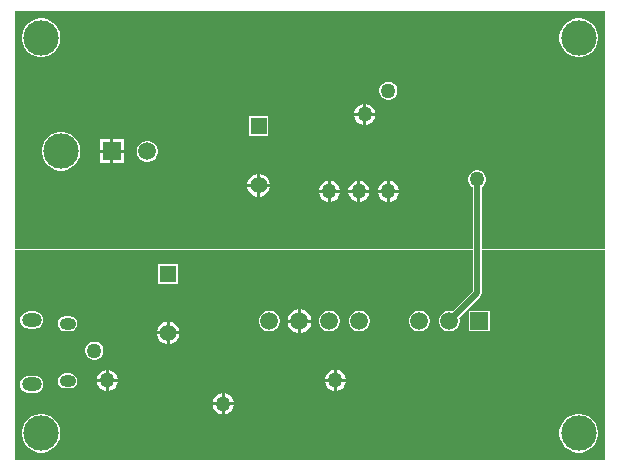
<source format=gbl>
G04*
G04 #@! TF.GenerationSoftware,Altium Limited,Altium Designer,21.7.1 (17)*
G04*
G04 Layer_Physical_Order=2*
G04 Layer_Color=16711680*
%FSLAX24Y24*%
%MOIN*%
G70*
G04*
G04 #@! TF.SameCoordinates,156F93F5-282F-4AE9-AA7B-D440BB6AA61E*
G04*
G04*
G04 #@! TF.FilePolarity,Positive*
G04*
G01*
G75*
%ADD16C,0.0197*%
%ADD45C,0.0551*%
%ADD46R,0.0551X0.0551*%
%ADD47C,0.1181*%
%ADD48R,0.0598X0.0598*%
%ADD49C,0.0598*%
%ADD50R,0.0594X0.0594*%
%ADD51C,0.0594*%
%ADD52O,0.0669X0.0472*%
%ADD53O,0.0551X0.0394*%
%ADD54C,0.0500*%
%ADD55C,0.1181*%
G36*
X19780Y7141D02*
X15663D01*
Y9190D01*
X15696Y9209D01*
X15752Y9265D01*
X15791Y9333D01*
X15812Y9409D01*
Y9488D01*
X15791Y9565D01*
X15752Y9633D01*
X15696Y9689D01*
X15628Y9728D01*
X15551Y9749D01*
X15472D01*
X15396Y9728D01*
X15328Y9689D01*
X15272Y9633D01*
X15232Y9565D01*
X15212Y9488D01*
Y9409D01*
X15232Y9333D01*
X15272Y9265D01*
X15328Y9209D01*
X15360Y9190D01*
Y7141D01*
X102D01*
Y14764D01*
X102Y14764D01*
Y15056D01*
X19780D01*
X19780Y7141D01*
D02*
G37*
G36*
Y102D02*
X157Y102D01*
X102D01*
Y7087D01*
X15360D01*
Y5708D01*
X14705Y5053D01*
X14636Y5071D01*
X14545D01*
X14457Y5048D01*
X14378Y5002D01*
X14313Y4937D01*
X14267Y4858D01*
X14244Y4770D01*
Y4679D01*
X14267Y4591D01*
X14313Y4511D01*
X14378Y4447D01*
X14457Y4401D01*
X14545Y4378D01*
X14636D01*
X14724Y4401D01*
X14804Y4447D01*
X14868Y4511D01*
X14914Y4591D01*
X14937Y4679D01*
Y4770D01*
X14919Y4839D01*
X15619Y5539D01*
X15619Y5539D01*
X15652Y5588D01*
X15663Y5646D01*
Y7087D01*
X19780D01*
Y102D01*
D02*
G37*
%LPC*%
G36*
X18961Y14814D02*
X18835D01*
X18711Y14789D01*
X18594Y14741D01*
X18489Y14671D01*
X18400Y14582D01*
X18330Y14477D01*
X18282Y14360D01*
X18257Y14236D01*
Y14110D01*
X18282Y13986D01*
X18330Y13870D01*
X18400Y13765D01*
X18489Y13676D01*
X18594Y13606D01*
X18711Y13557D01*
X18835Y13533D01*
X18961D01*
X19084Y13557D01*
X19201Y13606D01*
X19306Y13676D01*
X19395Y13765D01*
X19465Y13870D01*
X19514Y13986D01*
X19538Y14110D01*
Y14236D01*
X19514Y14360D01*
X19465Y14477D01*
X19395Y14582D01*
X19306Y14671D01*
X19201Y14741D01*
X19084Y14789D01*
X18961Y14814D01*
D02*
G37*
G36*
X1047D02*
X921D01*
X797Y14789D01*
X681Y14741D01*
X576Y14671D01*
X487Y14582D01*
X417Y14477D01*
X368Y14360D01*
X344Y14236D01*
Y14110D01*
X368Y13986D01*
X417Y13870D01*
X487Y13765D01*
X576Y13676D01*
X681Y13606D01*
X797Y13557D01*
X921Y13533D01*
X1047D01*
X1171Y13557D01*
X1288Y13606D01*
X1393Y13676D01*
X1482Y13765D01*
X1552Y13870D01*
X1600Y13986D01*
X1625Y14110D01*
Y14236D01*
X1600Y14360D01*
X1552Y14477D01*
X1482Y14582D01*
X1393Y14671D01*
X1288Y14741D01*
X1171Y14789D01*
X1047Y14814D01*
D02*
G37*
G36*
X12599Y12702D02*
X12520D01*
X12443Y12681D01*
X12375Y12642D01*
X12319Y12586D01*
X12279Y12517D01*
X12259Y12441D01*
Y12362D01*
X12279Y12286D01*
X12319Y12217D01*
X12375Y12162D01*
X12443Y12122D01*
X12520Y12102D01*
X12599D01*
X12675Y12122D01*
X12743Y12162D01*
X12799Y12217D01*
X12839Y12286D01*
X12859Y12362D01*
Y12441D01*
X12839Y12517D01*
X12799Y12586D01*
X12743Y12642D01*
X12675Y12681D01*
X12599Y12702D01*
D02*
G37*
G36*
X11822Y11963D02*
Y11664D01*
X12121D01*
X12098Y11749D01*
X12052Y11829D01*
X11987Y11894D01*
X11907Y11940D01*
X11822Y11963D01*
D02*
G37*
G36*
X11722D02*
X11637Y11940D01*
X11557Y11894D01*
X11492Y11829D01*
X11446Y11749D01*
X11423Y11664D01*
X11722D01*
Y11963D01*
D02*
G37*
G36*
X12121Y11564D02*
X11822D01*
Y11265D01*
X11907Y11288D01*
X11987Y11334D01*
X12052Y11399D01*
X12098Y11479D01*
X12121Y11564D01*
D02*
G37*
G36*
X11722D02*
X11423D01*
X11446Y11479D01*
X11492Y11399D01*
X11557Y11334D01*
X11637Y11288D01*
X11722Y11265D01*
Y11564D01*
D02*
G37*
G36*
X8554Y11546D02*
X7903D01*
Y10895D01*
X8554D01*
Y11546D01*
D02*
G37*
G36*
X3736Y10783D02*
X3387D01*
Y10434D01*
X3736D01*
Y10783D01*
D02*
G37*
G36*
X3287D02*
X2937D01*
Y10434D01*
X3287D01*
Y10783D01*
D02*
G37*
G36*
X4564Y10733D02*
X4472D01*
X4383Y10709D01*
X4303Y10663D01*
X4238Y10598D01*
X4192Y10519D01*
X4169Y10430D01*
Y10338D01*
X4192Y10249D01*
X4238Y10169D01*
X4303Y10104D01*
X4383Y10058D01*
X4472Y10035D01*
X4564D01*
X4652Y10058D01*
X4732Y10104D01*
X4797Y10169D01*
X4843Y10249D01*
X4867Y10338D01*
Y10430D01*
X4843Y10519D01*
X4797Y10598D01*
X4732Y10663D01*
X4652Y10709D01*
X4564Y10733D01*
D02*
G37*
G36*
X3736Y10334D02*
X3387D01*
Y9985D01*
X3736D01*
Y10334D01*
D02*
G37*
G36*
X3287D02*
X2937D01*
Y9985D01*
X3287D01*
Y10334D01*
D02*
G37*
G36*
X1707Y11024D02*
X1581D01*
X1457Y11000D01*
X1340Y10952D01*
X1235Y10881D01*
X1146Y10792D01*
X1076Y10687D01*
X1028Y10571D01*
X1003Y10447D01*
Y10321D01*
X1028Y10197D01*
X1076Y10080D01*
X1146Y9976D01*
X1235Y9886D01*
X1340Y9816D01*
X1457Y9768D01*
X1581Y9743D01*
X1707D01*
X1831Y9768D01*
X1947Y9816D01*
X2052Y9886D01*
X2141Y9976D01*
X2211Y10080D01*
X2260Y10197D01*
X2284Y10321D01*
Y10447D01*
X2260Y10571D01*
X2211Y10687D01*
X2141Y10792D01*
X2052Y10881D01*
X1947Y10952D01*
X1831Y11000D01*
X1707Y11024D01*
D02*
G37*
G36*
X8278Y9627D02*
Y9302D01*
X8604D01*
X8578Y9397D01*
X8529Y9483D01*
X8459Y9553D01*
X8373Y9602D01*
X8278Y9627D01*
D02*
G37*
G36*
X8178D02*
X8083Y9602D01*
X7998Y9553D01*
X7928Y9483D01*
X7878Y9397D01*
X7853Y9302D01*
X8178D01*
Y9627D01*
D02*
G37*
G36*
X12609Y9404D02*
Y9105D01*
X12908D01*
X12885Y9190D01*
X12839Y9270D01*
X12774Y9335D01*
X12694Y9381D01*
X12609Y9404D01*
D02*
G37*
G36*
X12509D02*
X12424Y9381D01*
X12344Y9335D01*
X12279Y9270D01*
X12233Y9190D01*
X12210Y9105D01*
X12509D01*
Y9404D01*
D02*
G37*
G36*
X11625D02*
Y9105D01*
X11924D01*
X11901Y9190D01*
X11855Y9270D01*
X11790Y9335D01*
X11710Y9381D01*
X11625Y9404D01*
D02*
G37*
G36*
X11525D02*
X11440Y9381D01*
X11360Y9335D01*
X11295Y9270D01*
X11249Y9190D01*
X11226Y9105D01*
X11525D01*
Y9404D01*
D02*
G37*
G36*
X10641D02*
Y9105D01*
X10940D01*
X10917Y9190D01*
X10871Y9270D01*
X10805Y9335D01*
X10726Y9381D01*
X10641Y9404D01*
D02*
G37*
G36*
X10541D02*
X10455Y9381D01*
X10376Y9335D01*
X10310Y9270D01*
X10264Y9190D01*
X10242Y9105D01*
X10541D01*
Y9404D01*
D02*
G37*
G36*
X8604Y9202D02*
X8278D01*
Y8877D01*
X8373Y8902D01*
X8459Y8951D01*
X8529Y9021D01*
X8578Y9107D01*
X8604Y9202D01*
D02*
G37*
G36*
X8178D02*
X7853D01*
X7878Y9107D01*
X7928Y9021D01*
X7998Y8951D01*
X8083Y8902D01*
X8178Y8877D01*
Y9202D01*
D02*
G37*
G36*
X12908Y9005D02*
X12609D01*
Y8706D01*
X12694Y8729D01*
X12774Y8775D01*
X12839Y8840D01*
X12885Y8920D01*
X12908Y9005D01*
D02*
G37*
G36*
X12509D02*
X12210D01*
X12233Y8920D01*
X12279Y8840D01*
X12344Y8775D01*
X12424Y8729D01*
X12509Y8706D01*
Y9005D01*
D02*
G37*
G36*
X11924D02*
X11625D01*
Y8706D01*
X11710Y8729D01*
X11790Y8775D01*
X11855Y8840D01*
X11901Y8920D01*
X11924Y9005D01*
D02*
G37*
G36*
X11525D02*
X11226D01*
X11249Y8920D01*
X11295Y8840D01*
X11360Y8775D01*
X11440Y8729D01*
X11525Y8706D01*
Y9005D01*
D02*
G37*
G36*
X10940D02*
X10641D01*
Y8706D01*
X10726Y8729D01*
X10805Y8775D01*
X10871Y8840D01*
X10917Y8920D01*
X10940Y9005D01*
D02*
G37*
G36*
X10541D02*
X10242D01*
X10264Y8920D01*
X10310Y8840D01*
X10376Y8775D01*
X10455Y8729D01*
X10541Y8706D01*
Y9005D01*
D02*
G37*
G36*
X5542Y6625D02*
X4891D01*
Y5974D01*
X5542D01*
Y6625D01*
D02*
G37*
G36*
X9643Y5121D02*
X9641D01*
Y4774D01*
X9987D01*
Y4777D01*
X9960Y4878D01*
X9908Y4968D01*
X9834Y5042D01*
X9744Y5094D01*
X9643Y5121D01*
D02*
G37*
G36*
X9541D02*
X9538D01*
X9437Y5094D01*
X9347Y5042D01*
X9273Y4968D01*
X9221Y4878D01*
X9194Y4777D01*
Y4774D01*
X9541D01*
Y5121D01*
D02*
G37*
G36*
X768Y5049D02*
X571D01*
X496Y5039D01*
X427Y5010D01*
X367Y4964D01*
X321Y4905D01*
X292Y4835D01*
X282Y4760D01*
X292Y4685D01*
X321Y4616D01*
X367Y4556D01*
X427Y4510D01*
X496Y4481D01*
X571Y4471D01*
X768D01*
X842Y4481D01*
X912Y4510D01*
X972Y4556D01*
X1018Y4616D01*
X1047Y4685D01*
X1056Y4760D01*
X1047Y4835D01*
X1018Y4905D01*
X972Y4964D01*
X912Y5010D01*
X842Y5039D01*
X768Y5049D01*
D02*
G37*
G36*
X1941Y4894D02*
X1783D01*
X1687Y4875D01*
X1605Y4820D01*
X1551Y4738D01*
X1532Y4642D01*
X1551Y4546D01*
X1605Y4464D01*
X1687Y4410D01*
X1783Y4390D01*
X1941D01*
X2037Y4410D01*
X2119Y4464D01*
X2173Y4546D01*
X2193Y4642D01*
X2173Y4738D01*
X2119Y4820D01*
X2037Y4875D01*
X1941Y4894D01*
D02*
G37*
G36*
X5267Y4706D02*
Y4381D01*
X5592D01*
X5567Y4476D01*
X5517Y4561D01*
X5447Y4631D01*
X5362Y4681D01*
X5267Y4706D01*
D02*
G37*
G36*
X5167D02*
X5072Y4681D01*
X4986Y4631D01*
X4916Y4561D01*
X4867Y4476D01*
X4841Y4381D01*
X5167D01*
Y4706D01*
D02*
G37*
G36*
X15937Y5071D02*
X15244D01*
Y4378D01*
X15937D01*
Y5071D01*
D02*
G37*
G36*
X13636D02*
X13545D01*
X13457Y5048D01*
X13378Y5002D01*
X13313Y4937D01*
X13267Y4858D01*
X13244Y4770D01*
Y4679D01*
X13267Y4591D01*
X13313Y4511D01*
X13378Y4447D01*
X13457Y4401D01*
X13545Y4378D01*
X13636D01*
X13724Y4401D01*
X13804Y4447D01*
X13868Y4511D01*
X13914Y4591D01*
X13937Y4679D01*
Y4770D01*
X13914Y4858D01*
X13868Y4937D01*
X13804Y5002D01*
X13724Y5048D01*
X13636Y5071D01*
D02*
G37*
G36*
X11636D02*
X11545D01*
X11457Y5048D01*
X11378Y5002D01*
X11313Y4937D01*
X11267Y4858D01*
X11244Y4770D01*
Y4679D01*
X11267Y4591D01*
X11313Y4511D01*
X11378Y4447D01*
X11457Y4401D01*
X11545Y4378D01*
X11636D01*
X11724Y4401D01*
X11804Y4447D01*
X11868Y4511D01*
X11914Y4591D01*
X11937Y4679D01*
Y4770D01*
X11914Y4858D01*
X11868Y4937D01*
X11804Y5002D01*
X11724Y5048D01*
X11636Y5071D01*
D02*
G37*
G36*
X10636D02*
X10545D01*
X10457Y5048D01*
X10378Y5002D01*
X10313Y4937D01*
X10267Y4858D01*
X10244Y4770D01*
Y4679D01*
X10267Y4591D01*
X10313Y4511D01*
X10378Y4447D01*
X10457Y4401D01*
X10545Y4378D01*
X10636D01*
X10724Y4401D01*
X10804Y4447D01*
X10868Y4511D01*
X10914Y4591D01*
X10937Y4679D01*
Y4770D01*
X10914Y4858D01*
X10868Y4937D01*
X10804Y5002D01*
X10724Y5048D01*
X10636Y5071D01*
D02*
G37*
G36*
X8636D02*
X8545D01*
X8457Y5048D01*
X8378Y5002D01*
X8313Y4937D01*
X8267Y4858D01*
X8244Y4770D01*
Y4679D01*
X8267Y4591D01*
X8313Y4511D01*
X8378Y4447D01*
X8457Y4401D01*
X8545Y4378D01*
X8636D01*
X8724Y4401D01*
X8804Y4447D01*
X8868Y4511D01*
X8914Y4591D01*
X8937Y4679D01*
Y4770D01*
X8914Y4858D01*
X8868Y4937D01*
X8804Y5002D01*
X8724Y5048D01*
X8636Y5071D01*
D02*
G37*
G36*
X9987Y4674D02*
X9641D01*
Y4328D01*
X9643D01*
X9744Y4355D01*
X9834Y4407D01*
X9908Y4481D01*
X9960Y4571D01*
X9987Y4672D01*
Y4674D01*
D02*
G37*
G36*
X9541D02*
X9194D01*
Y4672D01*
X9221Y4571D01*
X9273Y4481D01*
X9347Y4407D01*
X9437Y4355D01*
X9538Y4328D01*
X9541D01*
Y4674D01*
D02*
G37*
G36*
X5592Y4281D02*
X5267D01*
Y3955D01*
X5362Y3981D01*
X5447Y4030D01*
X5517Y4100D01*
X5567Y4186D01*
X5592Y4281D01*
D02*
G37*
G36*
X5167D02*
X4841D01*
X4867Y4186D01*
X4916Y4100D01*
X4986Y4030D01*
X5072Y3981D01*
X5167Y3955D01*
Y4281D01*
D02*
G37*
G36*
X2795Y4040D02*
X2716D01*
X2640Y4020D01*
X2572Y3980D01*
X2516Y3924D01*
X2476Y3856D01*
X2456Y3780D01*
Y3701D01*
X2476Y3624D01*
X2516Y3556D01*
X2572Y3500D01*
X2640Y3461D01*
X2716Y3440D01*
X2795D01*
X2872Y3461D01*
X2940Y3500D01*
X2996Y3556D01*
X3035Y3624D01*
X3056Y3701D01*
Y3780D01*
X3035Y3856D01*
X2996Y3924D01*
X2940Y3980D01*
X2872Y4020D01*
X2795Y4040D01*
D02*
G37*
G36*
X10837Y3105D02*
Y2806D01*
X11136D01*
X11114Y2891D01*
X11067Y2971D01*
X11002Y3036D01*
X10922Y3082D01*
X10837Y3105D01*
D02*
G37*
G36*
X10737D02*
X10652Y3082D01*
X10573Y3036D01*
X10507Y2971D01*
X10461Y2891D01*
X10438Y2806D01*
X10737D01*
Y3105D01*
D02*
G37*
G36*
X3230Y3099D02*
Y2800D01*
X3529D01*
X3506Y2885D01*
X3460Y2965D01*
X3395Y3030D01*
X3315Y3076D01*
X3230Y3099D01*
D02*
G37*
G36*
X3130D02*
X3045Y3076D01*
X2965Y3030D01*
X2900Y2965D01*
X2854Y2885D01*
X2831Y2800D01*
X3130D01*
Y3099D01*
D02*
G37*
G36*
X1941Y2984D02*
X1783D01*
X1687Y2965D01*
X1605Y2911D01*
X1551Y2829D01*
X1532Y2733D01*
X1551Y2636D01*
X1605Y2555D01*
X1687Y2500D01*
X1783Y2481D01*
X1941D01*
X2037Y2500D01*
X2119Y2555D01*
X2173Y2636D01*
X2193Y2733D01*
X2173Y2829D01*
X2119Y2911D01*
X2037Y2965D01*
X1941Y2984D01*
D02*
G37*
G36*
X11136Y2706D02*
X10837D01*
Y2407D01*
X10922Y2430D01*
X11002Y2476D01*
X11067Y2541D01*
X11114Y2621D01*
X11136Y2706D01*
D02*
G37*
G36*
X10737D02*
X10438D01*
X10461Y2621D01*
X10507Y2541D01*
X10573Y2476D01*
X10652Y2430D01*
X10737Y2407D01*
Y2706D01*
D02*
G37*
G36*
X3529Y2700D02*
X3230D01*
Y2401D01*
X3315Y2424D01*
X3395Y2470D01*
X3460Y2535D01*
X3506Y2615D01*
X3529Y2700D01*
D02*
G37*
G36*
X3130D02*
X2831D01*
X2854Y2615D01*
X2900Y2535D01*
X2965Y2470D01*
X3045Y2424D01*
X3130Y2401D01*
Y2700D01*
D02*
G37*
G36*
X768Y2903D02*
X571D01*
X496Y2893D01*
X427Y2865D01*
X367Y2819D01*
X321Y2759D01*
X292Y2689D01*
X282Y2614D01*
X292Y2540D01*
X321Y2470D01*
X367Y2410D01*
X427Y2364D01*
X496Y2336D01*
X571Y2326D01*
X768D01*
X842Y2336D01*
X912Y2364D01*
X972Y2410D01*
X1018Y2470D01*
X1047Y2540D01*
X1056Y2614D01*
X1047Y2689D01*
X1018Y2759D01*
X972Y2819D01*
X912Y2865D01*
X842Y2893D01*
X768Y2903D01*
D02*
G37*
G36*
X7097Y2317D02*
Y2018D01*
X7396D01*
X7373Y2104D01*
X7327Y2183D01*
X7262Y2249D01*
X7182Y2295D01*
X7097Y2317D01*
D02*
G37*
G36*
X6997D02*
X6912Y2295D01*
X6832Y2249D01*
X6767Y2183D01*
X6721Y2104D01*
X6698Y2018D01*
X6997D01*
Y2317D01*
D02*
G37*
G36*
X7396Y1919D02*
X7097D01*
Y1620D01*
X7182Y1642D01*
X7262Y1688D01*
X7327Y1754D01*
X7373Y1833D01*
X7396Y1919D01*
D02*
G37*
G36*
X6997D02*
X6698D01*
X6721Y1833D01*
X6767Y1754D01*
X6832Y1688D01*
X6912Y1642D01*
X6997Y1620D01*
Y1919D01*
D02*
G37*
G36*
X18961Y1625D02*
X18835D01*
X18711Y1600D01*
X18594Y1552D01*
X18489Y1482D01*
X18400Y1393D01*
X18330Y1288D01*
X18282Y1171D01*
X18257Y1047D01*
Y921D01*
X18282Y797D01*
X18330Y681D01*
X18400Y576D01*
X18489Y487D01*
X18594Y417D01*
X18711Y368D01*
X18835Y344D01*
X18961D01*
X19084Y368D01*
X19201Y417D01*
X19306Y487D01*
X19395Y576D01*
X19465Y681D01*
X19514Y797D01*
X19538Y921D01*
Y1047D01*
X19514Y1171D01*
X19465Y1288D01*
X19395Y1393D01*
X19306Y1482D01*
X19201Y1552D01*
X19084Y1600D01*
X18961Y1625D01*
D02*
G37*
G36*
X1047D02*
X921D01*
X797Y1600D01*
X681Y1552D01*
X576Y1482D01*
X487Y1393D01*
X417Y1288D01*
X368Y1171D01*
X344Y1047D01*
Y921D01*
X368Y797D01*
X417Y681D01*
X487Y576D01*
X576Y487D01*
X681Y417D01*
X797Y368D01*
X921Y344D01*
X1047D01*
X1171Y368D01*
X1288Y417D01*
X1393Y487D01*
X1482Y576D01*
X1552Y681D01*
X1600Y797D01*
X1625Y921D01*
Y1047D01*
X1600Y1171D01*
X1552Y1288D01*
X1482Y1393D01*
X1393Y1482D01*
X1288Y1552D01*
X1171Y1600D01*
X1047Y1625D01*
D02*
G37*
%LPD*%
D16*
X14591Y4724D02*
X15512Y5646D01*
Y9449D01*
D45*
X5217Y4331D02*
D03*
X8228Y9252D02*
D03*
D46*
X5217Y6299D02*
D03*
X8228Y11220D02*
D03*
D47*
X1644Y10384D02*
D03*
D48*
X3337D02*
D03*
D49*
X4518D02*
D03*
D50*
X15591Y4724D02*
D03*
D51*
X14591D02*
D03*
X13591D02*
D03*
X11591D02*
D03*
X10591D02*
D03*
X9591D02*
D03*
X8591D02*
D03*
D52*
X669Y2614D02*
D03*
Y4760D02*
D03*
D53*
X1862Y2733D02*
D03*
Y4642D02*
D03*
D54*
X2756Y3740D02*
D03*
X3180Y2750D02*
D03*
X10591Y9055D02*
D03*
X10787Y2756D02*
D03*
X15512Y9449D02*
D03*
X11772Y11614D02*
D03*
X11575Y9055D02*
D03*
X12559Y12402D02*
D03*
Y9055D02*
D03*
X7047Y1969D02*
D03*
D55*
X984Y14173D02*
D03*
X18898D02*
D03*
Y984D02*
D03*
X984D02*
D03*
M02*

</source>
